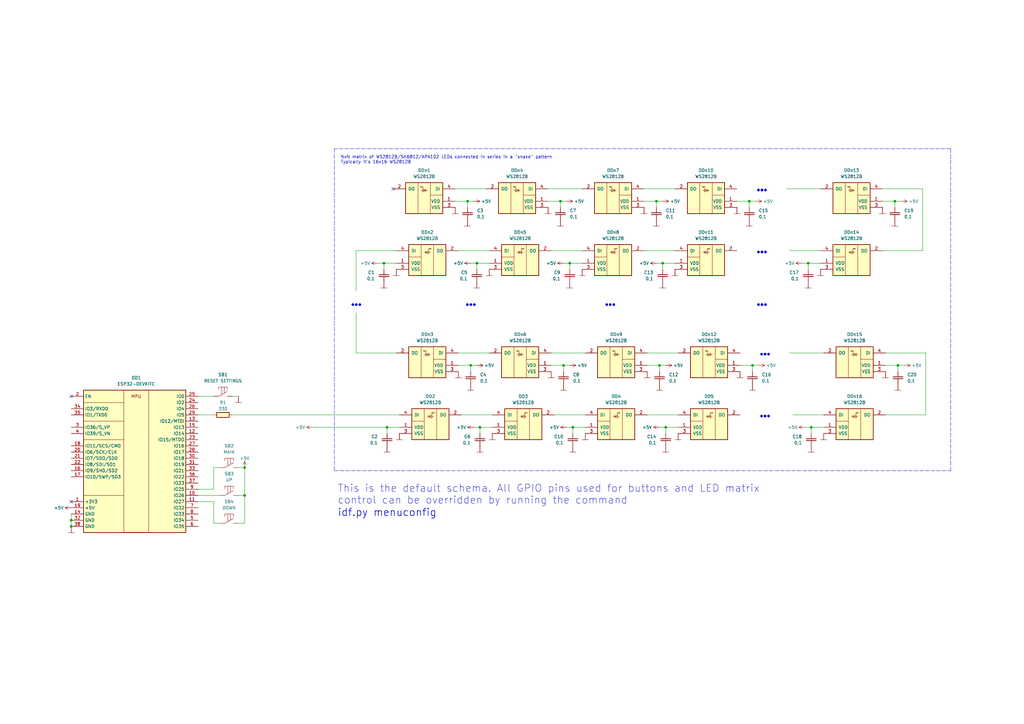
<source format=kicad_sch>
(kicad_sch (version 20211123) (generator eeschema)
  (paper "A3")
  (title_block (title "EvLamp") (date "2022-05-03"))
  (lib_symbols
    (symbol "GOST_Capacitors:CAPACITOR" (pin_numbers hide) (pin_names (offset 1.016) hide)
      (property "Reference" "C" (at 0 2.794 0))
      (property "Value" "CAPACITOR" (at 0 -2.794 0))
      (symbol "CAPACITOR_1_1"
        (polyline (pts (xy -0.381 2.032) (xy -0.381 -2.032)) (stroke (width 0.3048)))
        (polyline (pts (xy 0.381 2.032) (xy 0.381 -2.032)) (stroke (width 0.3048)))
        (pin passive line (at -2.54 0 0) (length 2.159) (name "1") (number "1"))
        (pin passive line (at 2.54 0 180) (length 2.159) (name "2") (number "2"))
      )
    )
    (symbol "GOST_ICs:ESP32-DEVKITC"
      (property "Reference" "DD" (at 0 26.67 0))
      (property "Value" "ESP32-DEVKITC" (at 0 24.13 0))
      (symbol "ESP32-DEVKITC_0_0"
        (text "MPU" (at 0 20.32 0) (effects (font (size 1.27 1.27))))
      )
      (symbol "ESP32-DEVKITC_1_1"
        (rectangle (start -21.59 22.86) (end 20.32 -35.56) (stroke (width 0.3048)) (fill (type background)))
        (rectangle (start -5.08 22.86) (end 5.08 -35.56))
        (polyline (pts (xy -21.59 -20.32) (xy -5.08 -20.32)))
        (polyline (pts (xy -21.59 2.54) (xy -5.08 2.54)))
        (polyline (pts (xy -21.59 10.16) (xy -5.08 10.16)))
        (polyline (pts (xy -21.59 17.78) (xy -5.08 17.78)))
        (pin power_out line (at -26.67 -22.86 0) (length 5.08) (name "+3V3") (number "1"))
        (pin bidirectional line (at 25.4 -20.32 180) (length 5.08) (name "IO26") (number "10"))
        (pin bidirectional line (at 25.4 -22.86 180) (length 5.08) (name "IO27") (number "11"))
        (pin bidirectional line (at 25.4 5.08 180) (length 5.08) (name "IO14") (number "12"))
        (pin bidirectional line (at 25.4 10.16 180) (length 5.08) (name "IO12/MTDI") (number "13"))
        (pin power_in line (at -26.67 -27.94 0) (length 5.08) (name "GND") (number "14"))
        (pin bidirectional line (at 25.4 7.62 180) (length 5.08) (name "IO13") (number "15"))
        (pin bidirectional line (at -26.67 -10.16 0) (length 5.08) (name "IO9/SHD/SD2") (number "16"))
        (pin bidirectional line (at -26.67 -12.7 0) (length 5.08) (name "IO10/SWP/SD3") (number "17"))
        (pin bidirectional line (at -26.67 0 0) (length 5.08) (name "IO11/SCS/CMD") (number "18"))
        (pin power_in line (at -26.67 -25.4 0) (length 5.08) (name "+5V") (number "19"))
        (pin input line (at -26.67 20.32 0) (length 5.08) (name "EN") (number "2"))
        (pin bidirectional line (at -26.67 -2.54 0) (length 5.08) (name "IO6/SCK/CLK") (number "20"))
        (pin bidirectional line (at -26.67 -5.08 0) (length 5.08) (name "IO7/SDO/SD0") (number "21"))
        (pin bidirectional line (at -26.67 -7.62 0) (length 5.08) (name "IO8/SDI/SD1") (number "22"))
        (pin bidirectional line (at 25.4 2.54 180) (length 5.08) (name "IO15/MTDO") (number "23"))
        (pin bidirectional line (at 25.4 17.78 180) (length 5.08) (name "IO2") (number "24"))
        (pin bidirectional line (at 25.4 20.32 180) (length 5.08) (name "IO0") (number "25"))
        (pin bidirectional line (at 25.4 15.24 180) (length 5.08) (name "IO4") (number "26"))
        (pin bidirectional line (at 25.4 0 180) (length 5.08) (name "IO16") (number "27"))
        (pin bidirectional line (at 25.4 -2.54 180) (length 5.08) (name "IO17") (number "28"))
        (pin bidirectional line (at 25.4 12.7 180) (length 5.08) (name "IO5") (number "29"))
        (pin input line (at -26.67 7.62 0) (length 5.08) (name "IO36/S_VP") (number "3"))
        (pin bidirectional line (at 25.4 -5.08 180) (length 5.08) (name "IO18") (number "30"))
        (pin bidirectional line (at 25.4 -7.62 180) (length 5.08) (name "IO19") (number "31"))
        (pin power_in line (at -26.67 -30.48 0) (length 5.08) (name "GND") (number "32"))
        (pin bidirectional line (at 25.4 -10.16 180) (length 5.08) (name "IO21") (number "33"))
        (pin bidirectional line (at -26.67 15.24 0) (length 5.08) (name "IO3/RXD0") (number "34"))
        (pin bidirectional line (at -26.67 12.7 0) (length 5.08) (name "IO1/TXD0") (number "35"))
        (pin bidirectional line (at 25.4 -12.7 180) (length 5.08) (name "IO22") (number "36"))
        (pin bidirectional line (at 25.4 -15.24 180) (length 5.08) (name "IO23") (number "37"))
        (pin power_in line (at -26.67 -33.02 0) (length 5.08) (name "GND") (number "38"))
        (pin input line (at -26.67 5.08 0) (length 5.08) (name "IO39/S_VN") (number "4"))
        (pin input line (at 25.4 -30.48 180) (length 5.08) (name "IO34") (number "5"))
        (pin input line (at 25.4 -33.02 180) (length 5.08) (name "IO35") (number "6"))
        (pin bidirectional line (at 25.4 -25.4 180) (length 5.08) (name "IO32") (number "7"))
        (pin bidirectional line (at 25.4 -27.94 180) (length 5.08) (name "IO33") (number "8"))
        (pin bidirectional line (at 25.4 -17.78 180) (length 5.08) (name "IO25") (number "9"))
      )
    )
    (symbol "GOST_Opto:WS2812B" (pin_names (offset 1.016))
      (property "Reference" "DD" (at 0 10.16 0))
      (property "Value" "WS2812B" (at 0 10.16 0))
      (symbol "WS2812B_0_0"
        (polyline (pts (xy -1.27 4.445) (xy 1.27 4.445)) (stroke (width 0.1524)))
        (polyline (pts (xy -0.635 5.08) (xy -0.635 3.81)) (stroke (width 0.1524)))
        (polyline (pts (xy 0.254 5.461) (xy 0.889 6.096)) (stroke (width 0.1524)))
        (polyline (pts (xy 0.889 5.461) (xy 1.524 6.096)) (stroke (width 0.1524)))
        (polyline (pts (xy 0.635 6.096) (xy 0.889 6.096) (xy 0.889 5.842)) (stroke (width 0.1524)))
        (polyline (pts (xy 1.27 6.096) (xy 1.524 6.096) (xy 1.524 5.842)) (stroke (width 0.1524)))
        (polyline (pts (xy -0.635 4.445) (xy 0.635 5.08) (xy 0.635 3.81) (xy -0.635 4.445)) (stroke (width 0.1524)))
      )
      (symbol "WS2812B_1_1"
        (rectangle (start -7.62 7.62) (end 7.62 -5.08) (stroke (width 0.3048)) (fill (type background)))
        (rectangle (start -2.54 7.62) (end 2.54 -5.08))
        (polyline (pts (xy -7.62 2.54) (xy -2.54 2.54)))
        (pin power_in line (at -12.7 0 0) (length 5.08) (name "VDD") (number "1"))
        (pin output line (at 12.7 5.08 180) (length 5.08) (name "DO") (number "2"))
        (pin power_in line (at -12.7 -2.54 0) (length 5.08) (name "VSS") (number "3"))
        (pin input line (at -12.7 5.08 0) (length 5.08) (name "DI") (number "4"))
      )
    )
    (symbol "GOST_Power_Symbols:+5V" (power) (pin_numbers hide) (pin_names (offset 1.016) hide)
      (property "Value" "+5V" (at 0 3.302 0))
      (symbol "+5V_1_1"
        (polyline (pts (xy 0 2.54) (xy -0.635 1.27)))
        (polyline (pts (xy 0 2.54) (xy 0.635 1.27)))
        (pin power_in line (at 0 0 90) (length 2.54) (name "+5V") (number "1"))
      )
    )
    (symbol "GOST_Power_Symbols:GND" (power) (pin_numbers hide) (pin_names (offset 1.016) hide)
      (symbol "GND_1_1"
        (polyline (pts (xy -1.27 -2.54) (xy 1.27 -2.54)))
        (pin power_in line (at 0 0 270) (length 2.54) (name "GND") (number "1"))
      )
    )
    (symbol "GOST_Switches:BUTTON_NO" (pin_numbers hide) (pin_names (offset 1.016) hide)
      (property "Reference" "SB" (at 0 7.62 0))
      (property "Value" "BUTTON_NO" (at 0 7.62 0))
      (symbol "BUTTON_NO_0_1"
        (polyline (pts (xy -1.778 0) (xy 1.778 2.032)))
        (polyline (pts (xy -0.508 3.81) (xy -0.508 0.762)))
        (polyline (pts (xy 0.508 3.81) (xy 0.508 1.397)))
        (polyline (pts (xy -1.778 2.794) (xy -1.778 3.81) (xy 1.778 3.81) (xy 1.778 2.794)))
      )
      (symbol "BUTTON_NO_1_1"
        (pin passive line (at -3.81 0 0) (length 2.032) (name "L") (number "1"))
        (pin passive line (at 3.81 0 180) (length 2.032) (name "R") (number "2"))
      )
    )
    (symbol "gost_common:RESISTOR" (pin_numbers hide) (pin_names (offset 1.016) hide)
      (property "Reference" "R" (at 0 1.778 0))
      (property "Value" "RESISTOR" (at 0 -1.778 0))
      (symbol "RESISTOR_1_1"
        (rectangle (start -2.54 1.016) (end 2.54 -1.016) (stroke (width 0.3048)) (fill (type background)))
        (pin passive line (at -3.81 0 0) (length 1.27) (name "L") (number "1"))
        (pin passive line (at 3.81 0 180) (length 1.27) (name "R") (number "2"))
      )
    )
  )
  (junction (at 307.34 82.55))
  (junction (at 158.75 175.26))
  (junction (at 367.03 82.55))
  (junction (at 191.77 82.55))
  (junction (at 100.33 191.77))
  (junction (at 231.14 149.86))
  (junction (at 193.04 149.86))
  (junction (at 270.51 149.86))
  (junction (at 234.95 175.26))
  (junction (at 29.21 213.36))
  (junction (at 308.61 149.86))
  (junction (at 332.74 175.26))
  (junction (at 331.47 107.95))
  (junction (at 29.21 215.9))
  (junction (at 233.68 107.95))
  (junction (at 229.87 82.55))
  (junction (at 273.05 175.26))
  (junction (at 271.78 107.95))
  (junction (at 368.3 149.86))
  (junction (at 195.58 107.95))
  (junction (at 269.24 82.55))
  (junction (at 157.48 107.95))
  (junction (at 100.33 203.2))
  (junction (at 196.85 175.26))
  (no_connect (at 29.21 205.74))
  (no_connect (at 29.21 162.56))
  (no_connect (at 161.29 77.47))
  (wire (pts (xy 367.03 82.55) (xy 361.95 82.55)))
  (wire (pts (xy 323.85 144.78) (xy 337.82 144.78)))
  (wire (pts (xy 332.74 175.26) (xy 337.82 175.26)))
  (wire (pts (xy 322.58 77.47) (xy 336.55 77.47)))
  (wire (pts (xy 191.77 82.55) (xy 191.77 85.09)))
  (wire (pts (xy 81.28 170.18) (xy 87.63 170.18)))
  (wire (pts (xy 331.47 107.95) (xy 331.47 110.49)))
  (wire (pts (xy 269.24 107.95) (xy 271.78 107.95)))
  (wire (pts (xy 368.3 149.86) (xy 368.3 152.4)))
  (wire (pts (xy 332.74 175.26) (xy 332.74 177.8)))
  (wire (pts (xy 29.21 210.82) (xy 29.21 213.36)))
  (wire (pts (xy 226.06 102.87) (xy 238.76 102.87)))
  (wire (pts (xy 368.3 149.86) (xy 363.22 149.86)))
  (wire (pts (xy 270.51 175.26) (xy 273.05 175.26)))
  (wire (pts (xy 226.06 144.78) (xy 240.03 144.78)))
  (wire (pts (xy 233.68 107.95) (xy 238.76 107.95)))
  (wire (pts (xy 307.34 82.55) (xy 307.34 85.09)))
  (wire (pts (xy 370.84 149.86) (xy 368.3 149.86)))
  (wire (pts (xy 325.12 170.18) (xy 337.82 170.18)))
  (wire (pts (xy 193.04 149.86) (xy 193.04 152.4)))
  (wire (pts (xy 265.43 144.78) (xy 278.13 144.78)))
  (wire (pts (xy 187.96 102.87) (xy 200.66 102.87)))
  (polyline (pts (xy 137.16 60.96) (xy 137.16 193.04)))
  (wire (pts (xy 264.16 77.47) (xy 276.86 77.47)))
  (wire (pts (xy 157.48 107.95) (xy 157.48 110.49)))
  (wire (pts (xy 193.04 107.95) (xy 195.58 107.95)))
  (wire (pts (xy 269.24 82.55) (xy 269.24 85.09)))
  (wire (pts (xy 97.79 191.77) (xy 100.33 191.77)))
  (wire (pts (xy 146.05 144.78) (xy 162.56 144.78)))
  (wire (pts (xy 229.87 82.55) (xy 224.79 82.55)))
  (wire (pts (xy 189.23 170.18) (xy 201.93 170.18)))
  (wire (pts (xy 271.78 107.95) (xy 271.78 110.49)))
  (wire (pts (xy 229.87 82.55) (xy 229.87 85.09)))
  (wire (pts (xy 81.28 162.56) (xy 87.63 162.56)))
  (wire (pts (xy 81.28 203.2) (xy 90.17 203.2)))
  (wire (pts (xy 186.69 77.47) (xy 199.39 77.47)))
  (wire (pts (xy 330.2 175.26) (xy 332.74 175.26)))
  (wire (pts (xy 194.31 82.55) (xy 191.77 82.55)))
  (wire (pts (xy 158.75 175.26) (xy 158.75 177.8)))
  (wire (pts (xy 233.68 149.86) (xy 231.14 149.86)))
  (wire (pts (xy 81.28 205.74) (xy 87.63 205.74)))
  (wire (pts (xy 193.04 149.86) (xy 187.96 149.86)))
  (wire (pts (xy 308.61 149.86) (xy 308.61 152.4)))
  (wire (pts (xy 154.94 107.95) (xy 157.48 107.95)))
  (wire (pts (xy 270.51 149.86) (xy 270.51 152.4)))
  (wire (pts (xy 100.33 203.2) (xy 100.33 214.63)))
  (wire (pts (xy 232.41 82.55) (xy 229.87 82.55)))
  (wire (pts (xy 273.05 175.26) (xy 273.05 177.8)))
  (wire (pts (xy 95.25 170.18) (xy 163.83 170.18)))
  (wire (pts (xy 162.56 102.87) (xy 146.05 102.87)))
  (wire (pts (xy 195.58 107.95) (xy 200.66 107.95)))
  (wire (pts (xy 191.77 82.55) (xy 186.69 82.55)))
  (wire (pts (xy 378.46 102.87) (xy 378.46 77.47)))
  (wire (pts (xy 87.63 205.74) (xy 87.63 214.63)))
  (wire (pts (xy 273.05 149.86) (xy 270.51 149.86)))
  (polyline (pts (xy 389.89 193.04) (xy 389.89 60.96)))
  (wire (pts (xy 311.15 149.86) (xy 308.61 149.86)))
  (wire (pts (xy 195.58 149.86) (xy 193.04 149.86)))
  (wire (pts (xy 194.31 175.26) (xy 196.85 175.26)))
  (wire (pts (xy 231.14 149.86) (xy 226.06 149.86)))
  (wire (pts (xy 271.78 82.55) (xy 269.24 82.55)))
  (wire (pts (xy 231.14 107.95) (xy 233.68 107.95)))
  (wire (pts (xy 328.93 107.95) (xy 331.47 107.95)))
  (wire (pts (xy 308.61 149.86) (xy 303.53 149.86)))
  (wire (pts (xy 100.33 191.77) (xy 100.33 203.2)))
  (wire (pts (xy 87.63 200.66) (xy 87.63 191.77)))
  (wire (pts (xy 95.25 162.56) (xy 97.79 162.56)))
  (wire (pts (xy 363.22 144.78) (xy 379.73 144.78)))
  (wire (pts (xy 157.48 107.95) (xy 162.56 107.95)))
  (wire (pts (xy 100.33 214.63) (xy 97.79 214.63)))
  (wire (pts (xy 270.51 149.86) (xy 265.43 149.86)))
  (wire (pts (xy 361.95 102.87) (xy 378.46 102.87)))
  (wire (pts (xy 234.95 175.26) (xy 240.03 175.26)))
  (wire (pts (xy 196.85 175.26) (xy 196.85 177.8)))
  (wire (pts (xy 233.68 107.95) (xy 233.68 110.49)))
  (wire (pts (xy 87.63 191.77) (xy 90.17 191.77)))
  (wire (pts (xy 271.78 107.95) (xy 276.86 107.95)))
  (wire (pts (xy 361.95 77.47) (xy 378.46 77.47)))
  (wire (pts (xy 234.95 175.26) (xy 234.95 177.8)))
  (wire (pts (xy 196.85 175.26) (xy 201.93 175.26)))
  (wire (pts (xy 323.85 102.87) (xy 336.55 102.87)))
  (wire (pts (xy 307.34 82.55) (xy 302.26 82.55)))
  (wire (pts (xy 128.27 175.26) (xy 158.75 175.26)))
  (wire (pts (xy 195.58 107.95) (xy 195.58 110.49)))
  (wire (pts (xy 29.21 213.36) (xy 29.21 215.9)))
  (wire (pts (xy 232.41 175.26) (xy 234.95 175.26)))
  (wire (pts (xy 146.05 128.27) (xy 146.05 144.78)))
  (wire (pts (xy 231.14 149.86) (xy 231.14 152.4)))
  (wire (pts (xy 264.16 102.87) (xy 276.86 102.87)))
  (wire (pts (xy 309.88 82.55) (xy 307.34 82.55)))
  (polyline (pts (xy 137.16 193.04) (xy 389.89 193.04)))
  (polyline (pts (xy 389.89 60.96) (xy 137.16 60.96)))
  (wire (pts (xy 227.33 170.18) (xy 240.03 170.18)))
  (wire (pts (xy 97.79 203.2) (xy 100.33 203.2)))
  (wire (pts (xy 187.96 144.78) (xy 200.66 144.78)))
  (wire (pts (xy 146.05 102.87) (xy 146.05 119.38)))
  (wire (pts (xy 224.79 77.47) (xy 238.76 77.47)))
  (wire (pts (xy 369.57 82.55) (xy 367.03 82.55)))
  (wire (pts (xy 379.73 170.18) (xy 379.73 144.78)))
  (wire (pts (xy 363.22 170.18) (xy 379.73 170.18)))
  (wire (pts (xy 367.03 82.55) (xy 367.03 85.09)))
  (wire (pts (xy 331.47 107.95) (xy 336.55 107.95)))
  (wire (pts (xy 273.05 175.26) (xy 278.13 175.26)))
  (wire (pts (xy 265.43 170.18) (xy 278.13 170.18)))
  (wire (pts (xy 87.63 214.63) (xy 90.17 214.63)))
  (wire (pts (xy 158.75 175.26) (xy 163.83 175.26)))
  (wire (pts (xy 269.24 82.55) (xy 264.16 82.55)))
  (wire (pts (xy 81.28 200.66) (xy 87.63 200.66)))
  (text "This is the default schema. All GPIO pins used for buttons and LED matrix\ncontrol can be overridden by running the command\n" (at 138.43 207.01 0) (effects (font (size 3 3)) (justify left bottom)))
  (text "..." (at 190.5 125.73 0) (effects (font (size 3 3) (thickness 2) bold) (justify left bottom)))
  (text "..." (at 309.88 78.74 0) (effects (font (size 3 3) (thickness 2) bold) (justify left bottom)))
  (text "..." (at 247.65 125.73 0) (effects (font (size 3 3) (thickness 2) bold) (justify left bottom)))
  (text "..." (at 311.15 171.45 0) (effects (font (size 3 3) (thickness 2) bold) (justify left bottom)))
  (text "..." (at 309.88 125.73 0) (effects (font (size 3 3) (thickness 2) bold) (justify left bottom)))
  (text "..." (at 309.88 104.14 0) (effects (font (size 3 3) (thickness 2) bold) (justify left bottom)))
  (text "NxN matrix of WS2812B/SK6812/APA102 LEDs connected in series in a \"snake\" pattern\nTypically it's 16x16 WS2812B" (at 139.7 67.31 0) (effects (font (size 1.27 1.27)) (justify left bottom)))
  (text "..." (at 143.51 125.73 0) (effects (font (size 3 3) (thickness 2) bold) (justify left bottom)))
  (text "..." (at 311.15 146.05 0) (effects (font (size 3 3) (thickness 2) bold) (justify left bottom)))
  (text "idf.py menuconfig" (at 138.43 212.09 0) (effects (font (size 3 3) (thickness 0.254) bold) (justify left bottom)))
  (symbol (lib_id "GOST_Power_Symbols:GND") (at 278.13 177.8 0) (unit 1)
    (property "Reference" "#PWR046" (effects hide))
    (property "Value" "GND" (effects hide))
  )
  (symbol (lib_id "GOST_Power_Symbols:+5V") (at 330.2 175.26 90) (unit 1)
    (property "Reference" "#PWR054" (effects hide))
    (property "Value" "+5V" (at 325.12 175.26 90))
  )
  (symbol (lib_id "GOST_Power_Symbols:+5V") (at 270.51 175.26 90) (unit 1)
    (property "Reference" "#PWR040" (effects hide))
    (property "Value" "+5V" (at 265.43 175.26 90))
  )
  (symbol (lib_id "GOST_Capacitors:CAPACITOR") (at 270.51 154.94 270) (mirror x) (unit 1)
    (property "Reference" "C12" (at 274.32 153.6699 90) (effects (justify left)))
    (property "Value" "0,1" (at 274.32 156.2099 90) (effects (justify left)))
    (property "Footprint" "Capacitor_SMD:C_0805_2012Metric_Pad1.18x1.45mm_HandSolder" (effects hide))
  )
  (symbol (lib_id "GOST_Opto:WS2812B") (at 251.46 107.95 0) (unit 1)
    (property "Reference" "DDn8" (at 251.46 95.25 0))
    (property "Value" "WS2812B" (at 251.46 97.79 0))
    (property "Footprint" "LED_SMD:LED_WS2812B_PLCC4_5.0x5.0mm_P3.2mm" (effects hide))
  )
  (symbol (lib_id "GOST_Capacitors:CAPACITOR") (at 158.75 180.34 90) (unit 1)
    (property "Reference" "C2" (at 154.94 179.0699 90) (effects (justify left)))
    (property "Value" "0,1" (at 154.94 181.6099 90) (effects (justify left)))
    (property "Footprint" "Capacitor_SMD:C_0805_2012Metric_Pad1.18x1.45mm_HandSolder" (effects hide))
  )
  (symbol (lib_id "GOST_Capacitors:CAPACITOR") (at 271.78 113.03 90) (unit 1)
    (property "Reference" "C13" (at 267.97 111.7599 90) (effects (justify left)))
    (property "Value" "0,1" (at 267.97 114.2999 90) (effects (justify left)))
    (property "Footprint" "Capacitor_SMD:C_0805_2012Metric_Pad1.18x1.45mm_HandSolder" (effects hide))
  )
  (symbol (lib_id "GOST_Opto:WS2812B") (at 290.83 149.86 0) (mirror y) (unit 1)
    (property "Reference" "DDn12" (at 290.83 137.16 0))
    (property "Value" "WS2812B" (at 290.83 139.7 0))
    (property "Footprint" "LED_SMD:LED_WS2812B_PLCC4_5.0x5.0mm_P3.2mm" (effects hide))
  )
  (symbol (lib_id "GOST_Power_Symbols:GND") (at 29.21 215.9 0) (unit 1)
    (property "Reference" "#PWR02" (effects hide))
    (property "Value" "GND" (effects hide))
  )
  (symbol (lib_id "GOST_Power_Symbols:+5V") (at 233.68 149.86 270) (mirror x) (unit 1)
    (property "Reference" "#PWR031" (effects hide))
    (property "Value" "+5V" (at 238.76 149.86 90))
  )
  (symbol (lib_id "GOST_Power_Symbols:+5V") (at 194.31 82.55 270) (mirror x) (unit 1)
    (property "Reference" "#PWR016" (effects hide))
    (property "Value" "+5V" (at 199.39 82.55 90))
  )
  (symbol (lib_id "GOST_Power_Symbols:GND") (at 332.74 182.88 0) (unit 1)
    (property "Reference" "#PWR056" (effects hide))
    (property "Value" "GND" (effects hide))
  )
  (symbol (lib_id "GOST_Opto:WS2812B") (at 350.52 175.26 0) (unit 1)
    (property "Reference" "DDn16" (at 350.52 162.56 0))
    (property "Value" "WS2812B" (at 350.52 165.1 0))
    (property "Footprint" "LED_SMD:LED_WS2812B_PLCC4_5.0x5.0mm_P3.2mm" (effects hide))
  )
  (symbol (lib_id "GOST_Capacitors:CAPACITOR") (at 231.14 154.94 270) (mirror x) (unit 1)
    (property "Reference" "C8" (at 234.95 153.6699 90) (effects (justify left)))
    (property "Value" "0,1" (at 234.95 156.2099 90) (effects (justify left)))
    (property "Footprint" "Capacitor_SMD:C_0805_2012Metric_Pad1.18x1.45mm_HandSolder" (effects hide))
  )
  (symbol (lib_id "GOST_Power_Symbols:+5V") (at 328.93 107.95 90) (unit 1)
    (property "Reference" "#PWR053" (effects hide))
    (property "Value" "+5V" (at 323.85 107.95 90))
  )
  (symbol (lib_id "GOST_Power_Symbols:GND") (at 273.05 182.88 0) (unit 1)
    (property "Reference" "#PWR044" (effects hide))
    (property "Value" "GND" (effects hide))
  )
  (symbol (lib_id "GOST_Power_Symbols:GND") (at 308.61 157.48 0) (mirror y) (unit 1)
    (property "Reference" "#PWR050" (effects hide))
    (property "Value" "GND" (effects hide))
  )
  (symbol (lib_id "gost_common:RESISTOR") (at 91.44 170.18 0) (unit 1)
    (property "Reference" "R1" (at 91.44 165.1 0))
    (property "Value" "330" (at 91.44 167.64 0))
    (property "Footprint" "Resistor_SMD:R_0805_2012Metric_Pad1.20x1.40mm_HandSolder" (effects hide))
  )
  (symbol (lib_id "GOST_Power_Symbols:GND") (at 307.34 90.17 0) (mirror y) (unit 1)
    (property "Reference" "#PWR049" (effects hide))
    (property "Value" "GND" (effects hide))
  )
  (symbol (lib_id "GOST_Capacitors:CAPACITOR") (at 331.47 113.03 90) (unit 1)
    (property "Reference" "C17" (at 327.66 111.7599 90) (effects (justify left)))
    (property "Value" "0,1" (at 327.66 114.2999 90) (effects (justify left)))
    (property "Footprint" "Capacitor_SMD:C_0805_2012Metric_Pad1.18x1.45mm_HandSolder" (effects hide))
  )
  (symbol (lib_id "GOST_Opto:WS2812B") (at 349.25 107.95 0) (unit 1)
    (property "Reference" "DDn14" (at 349.25 95.25 0))
    (property "Value" "WS2812B" (at 349.25 97.79 0))
    (property "Footprint" "LED_SMD:LED_WS2812B_PLCC4_5.0x5.0mm_P3.2mm" (effects hide))
  )
  (symbol (lib_id "GOST_Switches:BUTTON_NO") (at 93.98 214.63 0) (unit 1)
    (property "Reference" "SB4" (at 93.98 205.74 0))
    (property "Value" "DOWN" (at 93.98 208.28 0))
    (property "Footprint" "Button_Switch_THT:SW_PUSH_6mm" (effects hide))
  )
  (symbol (lib_id "GOST_Opto:WS2812B") (at 349.25 82.55 0) (mirror y) (unit 1)
    (property "Reference" "DDn13" (at 349.25 69.85 0))
    (property "Value" "WS2812B" (at 349.25 72.39 0))
    (property "Footprint" "LED_SMD:LED_WS2812B_PLCC4_5.0x5.0mm_P3.2mm" (effects hide))
  )
  (symbol (lib_id "GOST_Switches:BUTTON_NO") (at 91.44 162.56 0) (unit 1)
    (property "Reference" "SB1" (at 91.44 153.67 0))
    (property "Value" "RESET SETTINGS" (at 91.44 156.21 0))
    (property "Footprint" "Button_Switch_THT:SW_PUSH_6mm" (effects hide))
  )
  (symbol (lib_id "GOST_Power_Symbols:GND") (at 331.47 115.57 0) (unit 1)
    (property "Reference" "#PWR055" (effects hide))
    (property "Value" "GND" (effects hide))
  )
  (symbol (lib_id "GOST_Opto:WS2812B") (at 252.73 149.86 0) (mirror y) (unit 1)
    (property "Reference" "DDn9" (at 252.73 137.16 0))
    (property "Value" "WS2812B" (at 252.73 139.7 0))
    (property "Footprint" "LED_SMD:LED_WS2812B_PLCC4_5.0x5.0mm_P3.2mm" (effects hide))
  )
  (symbol (lib_id "GOST_Power_Symbols:+5V") (at 271.78 82.55 270) (mirror x) (unit 1)
    (property "Reference" "#PWR041" (effects hide))
    (property "Value" "+5V" (at 276.86 82.55 90))
  )
  (symbol (lib_id "GOST_ICs:ESP32-DEVKITC") (at 55.88 182.88 0) (unit 1)
    (property "Reference" "DD1" (at 55.88 154.94 0))
    (property "Value" "ESP32-DEVKITC" (at 55.88 157.48 0))
    (property "Footprint" "greenhouse:ESP32-DEVKITC" (effects hide))
    (property "Datasheet" "https://www.espressif.com/sites/default/files/documentation/esp32-wroom-32_datasheet_en.pdf" (effects hide))
  )
  (symbol (lib_id "GOST_Opto:WS2812B") (at 173.99 82.55 0) (mirror y) (unit 1)
    (property "Reference" "DDn1" (at 173.99 69.85 0))
    (property "Value" "WS2812B" (at 173.99 72.39 0))
    (property "Footprint" "LED_SMD:LED_WS2812B_PLCC4_5.0x5.0mm_P3.2mm" (effects hide))
  )
  (symbol (lib_id "GOST_Power_Symbols:GND") (at 368.3 157.48 0) (mirror y) (unit 1)
    (property "Reference" "#PWR062" (effects hide))
    (property "Value" "GND" (effects hide))
  )
  (symbol (lib_id "GOST_Capacitors:CAPACITOR") (at 195.58 113.03 90) (unit 1)
    (property "Reference" "C5" (at 191.77 111.7599 90) (effects (justify left)))
    (property "Value" "0,1" (at 191.77 114.2999 90) (effects (justify left)))
    (property "Footprint" "Capacitor_SMD:C_0805_2012Metric_Pad1.18x1.45mm_HandSolder" (effects hide))
  )
  (symbol (lib_id "GOST_Power_Symbols:GND") (at 162.56 110.49 0) (unit 1)
    (property "Reference" "#PWR09" (effects hide))
    (property "Value" "GND" (effects hide))
  )
  (symbol (lib_id "GOST_Capacitors:CAPACITOR") (at 229.87 87.63 270) (mirror x) (unit 1)
    (property "Reference" "C7" (at 233.68 86.3599 90) (effects (justify left)))
    (property "Value" "0,1" (at 233.68 88.8999 90) (effects (justify left)))
    (property "Footprint" "Capacitor_SMD:C_0805_2012Metric_Pad1.18x1.45mm_HandSolder" (effects hide))
  )
  (symbol (lib_id "GOST_Power_Symbols:GND") (at 367.03 90.17 0) (mirror y) (unit 1)
    (property "Reference" "#PWR061" (effects hide))
    (property "Value" "GND" (effects hide))
  )
  (symbol (lib_id "GOST_Power_Symbols:GND") (at 233.68 115.57 0) (unit 1)
    (property "Reference" "#PWR030" (effects hide))
    (property "Value" "GND" (effects hide))
  )
  (symbol (lib_id "GOST_Capacitors:CAPACITOR") (at 332.74 180.34 90) (unit 1)
    (property "Reference" "C18" (at 328.93 179.0699 90) (effects (justify left)))
    (property "Value" "0,1" (at 328.93 181.6099 90) (effects (justify left)))
    (property "Footprint" "Capacitor_SMD:C_0805_2012Metric_Pad1.18x1.45mm_HandSolder" (effects hide))
  )
  (symbol (lib_id "GOST_Opto:WS2812B") (at 289.56 82.55 0) (mirror y) (unit 1)
    (property "Reference" "DDn10" (at 289.56 69.85 0))
    (property "Value" "WS2812B" (at 289.56 72.39 0))
    (property "Footprint" "LED_SMD:LED_WS2812B_PLCC4_5.0x5.0mm_P3.2mm" (effects hide))
  )
  (symbol (lib_id "GOST_Power_Symbols:GND") (at 270.51 157.48 0) (mirror y) (unit 1)
    (property "Reference" "#PWR039" (effects hide))
    (property "Value" "GND" (effects hide))
  )
  (symbol (lib_id "GOST_Capacitors:CAPACITOR") (at 157.48 113.03 90) (unit 1)
    (property "Reference" "C1" (at 153.67 111.7599 90) (effects (justify left)))
    (property "Value" "0,1" (at 153.67 114.2999 90) (effects (justify left)))
    (property "Footprint" "Capacitor_SMD:C_0805_2012Metric_Pad1.18x1.45mm_HandSolder" (effects hide))
  )
  (symbol (lib_id "GOST_Power_Symbols:GND") (at 193.04 157.48 0) (mirror y) (unit 1)
    (property "Reference" "#PWR015" (effects hide))
    (property "Value" "GND" (effects hide))
  )
  (symbol (lib_id "GOST_Power_Symbols:+5V") (at 29.21 208.28 90) (unit 1)
    (property "Reference" "#PWR01" (effects hide))
    (property "Value" "+5V" (at 24.13 208.28 90))
  )
  (symbol (lib_id "GOST_Power_Symbols:GND") (at 240.03 177.8 0) (unit 1)
    (property "Reference" "#PWR034" (effects hide))
    (property "Value" "GND" (effects hide))
  )
  (symbol (lib_id "GOST_Capacitors:CAPACITOR") (at 308.61 154.94 270) (mirror x) (unit 1)
    (property "Reference" "C16" (at 312.42 153.6699 90) (effects (justify left)))
    (property "Value" "0,1" (at 312.42 156.2099 90) (effects (justify left)))
    (property "Footprint" "Capacitor_SMD:C_0805_2012Metric_Pad1.18x1.45mm_HandSolder" (effects hide))
  )
  (symbol (lib_id "GOST_Power_Symbols:+5V") (at 194.31 175.26 90) (unit 1)
    (property "Reference" "#PWR017" (effects hide))
    (property "Value" "+5V" (at 189.23 175.26 90))
  )
  (symbol (lib_id "GOST_Opto:WS2812B") (at 350.52 149.86 0) (mirror y) (unit 1)
    (property "Reference" "DDn15" (at 350.52 137.16 0))
    (property "Value" "WS2812B" (at 350.52 139.7 0))
    (property "Footprint" "LED_SMD:LED_WS2812B_PLCC4_5.0x5.0mm_P3.2mm" (effects hide))
  )
  (symbol (lib_id "GOST_Power_Symbols:GND") (at 361.95 85.09 0) (mirror y) (unit 1)
    (property "Reference" "#PWR059" (effects hide))
    (property "Value" "GND" (effects hide))
  )
  (symbol (lib_id "GOST_Power_Symbols:+5V") (at 311.15 149.86 270) (mirror x) (unit 1)
    (property "Reference" "#PWR052" (effects hide))
    (property "Value" "+5V" (at 316.23 149.86 90))
  )
  (symbol (lib_id "GOST_Power_Symbols:GND") (at 271.78 115.57 0) (unit 1)
    (property "Reference" "#PWR042" (effects hide))
    (property "Value" "GND" (effects hide))
  )
  (symbol (lib_id "GOST_Opto:WS2812B") (at 212.09 82.55 0) (mirror y) (unit 1)
    (property "Reference" "DDn4" (at 212.09 69.85 0))
    (property "Value" "WS2812B" (at 212.09 72.39 0))
    (property "Footprint" "LED_SMD:LED_WS2812B_PLCC4_5.0x5.0mm_P3.2mm" (effects hide))
  )
  (symbol (lib_id "GOST_Opto:WS2812B") (at 252.73 175.26 0) (unit 1)
    (property "Reference" "DD4" (at 252.73 162.56 0))
    (property "Value" "WS2812B" (at 252.73 165.1 0))
    (property "Footprint" "LED_SMD:LED_WS2812B_PLCC4_5.0x5.0mm_P3.2mm" (effects hide))
  )
  (symbol (lib_id "GOST_Power_Symbols:+5V") (at 195.58 149.86 270) (mirror x) (unit 1)
    (property "Reference" "#PWR019" (effects hide))
    (property "Value" "+5V" (at 200.66 149.86 90))
  )
  (symbol (lib_id "GOST_Power_Symbols:+5V") (at 100.33 191.77 0) (unit 1)
    (property "Reference" "#PWR04" (effects hide))
    (property "Value" "+5V" (at 100.33 187.96 0))
  )
  (symbol (lib_id "GOST_Power_Symbols:GND") (at 302.26 85.09 0) (mirror y) (unit 1)
    (property "Reference" "#PWR047" (effects hide))
    (property "Value" "GND" (effects hide))
  )
  (symbol (lib_id "GOST_Power_Symbols:GND") (at 336.55 110.49 0) (unit 1)
    (property "Reference" "#PWR057" (effects hide))
    (property "Value" "GND" (effects hide))
  )
  (symbol (lib_id "GOST_Opto:WS2812B") (at 251.46 82.55 0) (mirror y) (unit 1)
    (property "Reference" "DDn7" (at 251.46 69.85 0))
    (property "Value" "WS2812B" (at 251.46 72.39 0))
    (property "Footprint" "LED_SMD:LED_WS2812B_PLCC4_5.0x5.0mm_P3.2mm" (effects hide))
  )
  (symbol (lib_id "GOST_Capacitors:CAPACITOR") (at 368.3 154.94 270) (mirror x) (unit 1)
    (property "Reference" "C20" (at 372.11 153.6699 90) (effects (justify left)))
    (property "Value" "0,1" (at 372.11 156.2099 90) (effects (justify left)))
    (property "Footprint" "Capacitor_SMD:C_0805_2012Metric_Pad1.18x1.45mm_HandSolder" (effects hide))
  )
  (symbol (lib_id "GOST_Power_Symbols:+5V") (at 231.14 107.95 90) (unit 1)
    (property "Reference" "#PWR026" (effects hide))
    (property "Value" "+5V" (at 226.06 107.95 90))
  )
  (symbol (lib_id "GOST_Capacitors:CAPACITOR") (at 193.04 154.94 270) (mirror x) (unit 1)
    (property "Reference" "C4" (at 196.85 153.6699 90) (effects (justify left)))
    (property "Value" "0,1" (at 196.85 156.2099 90) (effects (justify left)))
    (property "Footprint" "Capacitor_SMD:C_0805_2012Metric_Pad1.18x1.45mm_HandSolder" (effects hide))
  )
  (symbol (lib_id "GOST_Power_Symbols:+5V") (at 193.04 107.95 90) (unit 1)
    (property "Reference" "#PWR014" (effects hide))
    (property "Value" "+5V" (at 187.96 107.95 90))
  )
  (symbol (lib_id "GOST_Opto:WS2812B") (at 214.63 175.26 0) (unit 1)
    (property "Reference" "DD3" (at 214.63 162.56 0))
    (property "Value" "WS2812B" (at 214.63 165.1 0))
    (property "Footprint" "LED_SMD:LED_WS2812B_PLCC4_5.0x5.0mm_P3.2mm" (effects hide))
  )
  (symbol (lib_id "GOST_Power_Symbols:GND") (at 157.48 115.57 0) (unit 1)
    (property "Reference" "#PWR07" (effects hide))
    (property "Value" "GND" (effects hide))
  )
  (symbol (lib_id "GOST_Power_Symbols:+5V") (at 232.41 82.55 270) (mirror x) (unit 1)
    (property "Reference" "#PWR028" (effects hide))
    (property "Value" "+5V" (at 237.49 82.55 90))
  )
  (symbol (lib_id "GOST_Power_Symbols:GND") (at 264.16 85.09 0) (mirror y) (unit 1)
    (property "Reference" "#PWR035" (effects hide))
    (property "Value" "GND" (effects hide))
  )
  (symbol (lib_id "GOST_Switches:BUTTON_NO") (at 93.98 191.77 0) (unit 1)
    (property "Reference" "SB2" (at 93.98 182.88 0))
    (property "Value" "MAIN" (at 93.98 185.42 0))
    (property "Footprint" "Button_Switch_THT:SW_PUSH_6mm" (effects hide))
  )
  (symbol (lib_id "GOST_Power_Symbols:GND") (at 191.77 90.17 0) (mirror y) (unit 1)
    (property "Reference" "#PWR013" (effects hide))
    (property "Value" "GND" (effects hide))
  )
  (symbol (lib_id "GOST_Power_Symbols:+5V") (at 369.57 82.55 270) (mirror x) (unit 1)
    (property "Reference" "#PWR063" (effects hide))
    (property "Value" "+5V" (at 374.65 82.55 90))
  )
  (symbol (lib_id "GOST_Power_Symbols:+5V") (at 154.94 107.95 90) (unit 1)
    (property "Reference" "#PWR06" (effects hide))
    (property "Value" "+5V" (at 149.86 107.95 90))
  )
  (symbol (lib_id "GOST_Capacitors:CAPACITOR") (at 233.68 113.03 90) (unit 1)
    (property "Reference" "C9" (at 229.87 111.7599 90) (effects (justify left)))
    (property "Value" "0,1" (at 229.87 114.2999 90) (effects (justify left)))
    (property "Footprint" "Capacitor_SMD:C_0805_2012Metric_Pad1.18x1.45mm_HandSolder" (effects hide))
  )
  (symbol (lib_id "GOST_Power_Symbols:GND") (at 231.14 157.48 0) (mirror y) (unit 1)
    (property "Reference" "#PWR027" (effects hide))
    (property "Value" "GND" (effects hide))
  )
  (symbol (lib_id "GOST_Capacitors:CAPACITOR") (at 307.34 87.63 270) (mirror x) (unit 1)
    (property "Reference" "C15" (at 311.15 86.3599 90) (effects (justify left)))
    (property "Value" "0,1" (at 311.15 88.8999 90) (effects (justify left)))
    (property "Footprint" "Capacitor_SMD:C_0805_2012Metric_Pad1.18x1.45mm_HandSolder" (effects hide))
  )
  (symbol (lib_id "GOST_Power_Symbols:GND") (at 269.24 90.17 0) (mirror y) (unit 1)
    (property "Reference" "#PWR037" (effects hide))
    (property "Value" "GND" (effects hide))
  )
  (symbol (lib_id "GOST_Switches:BUTTON_NO") (at 93.98 203.2 0) (unit 1)
    (property "Reference" "SB3" (at 93.98 194.31 0))
    (property "Value" "UP" (at 93.98 196.85 0))
    (property "Footprint" "Button_Switch_THT:SW_PUSH_6mm" (effects hide))
  )
  (symbol (lib_id "GOST_Power_Symbols:GND") (at 186.69 85.09 0) (mirror y) (unit 1)
    (property "Reference" "#PWR011" (effects hide))
    (property "Value" "GND" (effects hide))
  )
  (symbol (lib_id "GOST_Power_Symbols:GND") (at 224.79 85.09 0) (mirror y) (unit 1)
    (property "Reference" "#PWR023" (effects hide))
    (property "Value" "GND" (effects hide))
  )
  (symbol (lib_id "GOST_Opto:WS2812B") (at 213.36 149.86 0) (mirror y) (unit 1)
    (property "Reference" "DDn6" (at 213.36 137.16 0))
    (property "Value" "WS2812B" (at 213.36 139.7 0))
    (property "Footprint" "LED_SMD:LED_WS2812B_PLCC4_5.0x5.0mm_P3.2mm" (effects hide))
  )
  (symbol (lib_id "GOST_Power_Symbols:GND") (at 97.79 162.56 0) (unit 1)
    (property "Reference" "#PWR03" (effects hide))
    (property "Value" "GND" (effects hide))
  )
  (symbol (lib_id "GOST_Capacitors:CAPACITOR") (at 367.03 87.63 270) (mirror x) (unit 1)
    (property "Reference" "C19" (at 370.84 86.3599 90) (effects (justify left)))
    (property "Value" "0,1" (at 370.84 88.8999 90) (effects (justify left)))
    (property "Footprint" "Capacitor_SMD:C_0805_2012Metric_Pad1.18x1.45mm_HandSolder" (effects hide))
  )
  (symbol (lib_id "GOST_Opto:WS2812B") (at 175.26 149.86 0) (mirror y) (unit 1)
    (property "Reference" "DDn3" (at 175.26 137.16 0))
    (property "Value" "WS2812B" (at 175.26 139.7 0))
    (property "Footprint" "LED_SMD:LED_WS2812B_PLCC4_5.0x5.0mm_P3.2mm" (effects hide))
  )
  (symbol (lib_id "GOST_Opto:WS2812B") (at 175.26 107.95 0) (unit 1)
    (property "Reference" "DDn2" (at 175.26 95.25 0))
    (property "Value" "WS2812B" (at 175.26 97.79 0))
    (property "Footprint" "LED_SMD:LED_WS2812B_PLCC4_5.0x5.0mm_P3.2mm" (effects hide))
  )
  (symbol (lib_id "GOST_Power_Symbols:+5V") (at 273.05 149.86 270) (mirror x) (unit 1)
    (property "Reference" "#PWR043" (effects hide))
    (property "Value" "+5V" (at 278.13 149.86 90))
  )
  (symbol (lib_id "GOST_Power_Symbols:GND") (at 163.83 177.8 0) (unit 1)
    (property "Reference" "#PWR010" (effects hide))
    (property "Value" "GND" (effects hide))
  )
  (symbol (lib_id "GOST_Power_Symbols:+5V") (at 370.84 149.86 270) (mirror x) (unit 1)
    (property "Reference" "#PWR064" (effects hide))
    (property "Value" "+5V" (at 375.92 149.86 90))
  )
  (symbol (lib_id "GOST_Capacitors:CAPACITOR") (at 191.77 87.63 270) (mirror x) (unit 1)
    (property "Reference" "C3" (at 195.58 86.3599 90) (effects (justify left)))
    (property "Value" "0,1" (at 195.58 88.8999 90) (effects (justify left)))
    (property "Footprint" "Capacitor_SMD:C_0805_2012Metric_Pad1.18x1.45mm_HandSolder" (effects hide))
  )
  (symbol (lib_id "GOST_Power_Symbols:+5V") (at 309.88 82.55 270) (mirror x) (unit 1)
    (property "Reference" "#PWR051" (effects hide))
    (property "Value" "+5V" (at 314.96 82.55 90))
  )
  (symbol (lib_id "GOST_Power_Symbols:+5V") (at 128.27 175.26 90) (unit 1)
    (property "Reference" "#PWR05" (effects hide))
    (property "Value" "+5V" (at 123.19 175.26 90))
  )
  (symbol (lib_id "GOST_Opto:WS2812B") (at 289.56 107.95 0) (unit 1)
    (property "Reference" "DDn11" (at 289.56 95.25 0))
    (property "Value" "WS2812B" (at 289.56 97.79 0))
    (property "Footprint" "LED_SMD:LED_WS2812B_PLCC4_5.0x5.0mm_P3.2mm" (effects hide))
  )
  (symbol (lib_id "GOST_Opto:WS2812B") (at 176.53 175.26 0) (unit 1)
    (property "Reference" "DD2" (at 176.53 162.56 0))
    (property "Value" "WS2812B" (at 176.53 165.1 0))
    (property "Footprint" "LED_SMD:LED_WS2812B_PLCC4_5.0x5.0mm_P3.2mm" (effects hide))
  )
  (symbol (lib_id "GOST_Power_Symbols:GND") (at 238.76 110.49 0) (unit 1)
    (property "Reference" "#PWR033" (effects hide))
    (property "Value" "GND" (effects hide))
  )
  (symbol (lib_id "GOST_Power_Symbols:+5V") (at 232.41 175.26 90) (unit 1)
    (property "Reference" "#PWR029" (effects hide))
    (property "Value" "+5V" (at 227.33 175.26 90))
  )
  (symbol (lib_id "GOST_Power_Symbols:GND") (at 337.82 177.8 0) (unit 1)
    (property "Reference" "#PWR058" (effects hide))
    (property "Value" "GND" (effects hide))
  )
  (symbol (lib_id "GOST_Power_Symbols:GND") (at 229.87 90.17 0) (mirror y) (unit 1)
    (property "Reference" "#PWR025" (effects hide))
    (property "Value" "GND" (effects hide))
  )
  (symbol (lib_id "GOST_Power_Symbols:GND") (at 187.96 152.4 0) (mirror y) (unit 1)
    (property "Reference" "#PWR012" (effects hide))
    (property "Value" "GND" (effects hide))
  )
  (symbol (lib_id "GOST_Power_Symbols:GND") (at 200.66 110.49 0) (unit 1)
    (property "Reference" "#PWR021" (effects hide))
    (property "Value" "GND" (effects hide))
  )
  (symbol (lib_id "GOST_Opto:WS2812B") (at 213.36 107.95 0) (unit 1)
    (property "Reference" "DDn5" (at 213.36 95.25 0))
    (property "Value" "WS2812B" (at 213.36 97.79 0))
    (property "Footprint" "LED_SMD:LED_WS2812B_PLCC4_5.0x5.0mm_P3.2mm" (effects hide))
  )
  (symbol (lib_id "GOST_Power_Symbols:GND") (at 265.43 152.4 0) (mirror y) (unit 1)
    (property "Reference" "#PWR036" (effects hide))
    (property "Value" "GND" (effects hide))
  )
  (symbol (lib_id "GOST_Capacitors:CAPACITOR") (at 273.05 180.34 90) (unit 1)
    (property "Reference" "C14" (at 269.24 179.0699 90) (effects (justify left)))
    (property "Value" "0,1" (at 269.24 181.6099 90) (effects (justify left)))
    (property "Footprint" "Capacitor_SMD:C_0805_2012Metric_Pad1.18x1.45mm_HandSolder" (effects hide))
  )
  (symbol (lib_id "GOST_Capacitors:CAPACITOR") (at 234.95 180.34 90) (unit 1)
    (property "Reference" "C10" (at 231.14 179.0699 90) (effects (justify left)))
    (property "Value" "0,1" (at 231.14 181.6099 90) (effects (justify left)))
    (property "Footprint" "Capacitor_SMD:C_0805_2012Metric_Pad1.18x1.45mm_HandSolder" (effects hide))
  )
  (symbol (lib_id "GOST_Power_Symbols:GND") (at 201.93 177.8 0) (unit 1)
    (property "Reference" "#PWR022" (effects hide))
    (property "Value" "GND" (effects hide))
  )
  (symbol (lib_id "GOST_Power_Symbols:GND") (at 226.06 152.4 0) (mirror y) (unit 1)
    (property "Reference" "#PWR024" (effects hide))
    (property "Value" "GND" (effects hide))
  )
  (symbol (lib_id "GOST_Power_Symbols:GND") (at 363.22 152.4 0) (mirror y) (unit 1)
    (property "Reference" "#PWR060" (effects hide))
    (property "Value" "GND" (effects hide))
  )
  (symbol (lib_id "GOST_Power_Symbols:GND") (at 276.86 110.49 0) (unit 1)
    (property "Reference" "#PWR045" (effects hide))
    (property "Value" "GND" (effects hide))
  )
  (symbol (lib_id "GOST_Power_Symbols:GND") (at 158.75 182.88 0) (unit 1)
    (property "Reference" "#PWR08" (effects hide))
    (property "Value" "GND" (effects hide))
  )
  (symbol (lib_id "GOST_Capacitors:CAPACITOR") (at 196.85 180.34 90) (unit 1)
    (property "Reference" "C6" (at 193.04 179.0699 90) (effects (justify left)))
    (property "Value" "0,1" (at 193.04 181.6099 90) (effects (justify left)))
    (property "Footprint" "Capacitor_SMD:C_0805_2012Metric_Pad1.18x1.45mm_HandSolder" (effects hide))
  )
  (symbol (lib_id "GOST_Opto:WS2812B") (at 290.83 175.26 0) (unit 1)
    (property "Reference" "DD5" (at 290.83 162.56 0))
    (property "Value" "WS2812B" (at 290.83 165.1 0))
    (property "Footprint" "LED_SMD:LED_WS2812B_PLCC4_5.0x5.0mm_P3.2mm" (effects hide))
  )
  (symbol (lib_id "GOST_Power_Symbols:GND") (at 195.58 115.57 0) (unit 1)
    (property "Reference" "#PWR018" (effects hide))
    (property "Value" "GND" (effects hide))
  )
  (symbol (lib_id "GOST_Power_Symbols:GND") (at 196.85 182.88 0) (unit 1)
    (property "Reference" "#PWR020" (effects hide))
    (property "Value" "GND" (effects hide))
  )
  (symbol (lib_id "GOST_Capacitors:CAPACITOR") (at 269.24 87.63 270) (mirror x) (unit 1)
    (property "Reference" "C11" (at 273.05 86.3599 90) (effects (justify left)))
    (property "Value" "0,1" (at 273.05 88.8999 90) (effects (justify left)))
    (property "Footprint" "Capacitor_SMD:C_0805_2012Metric_Pad1.18x1.45mm_HandSolder" (effects hide))
  )
  (symbol (lib_id "GOST_Power_Symbols:GND") (at 234.95 182.88 0) (unit 1)
    (property "Reference" "#PWR032" (effects hide))
    (property "Value" "GND" (effects hide))
  )
  (symbol (lib_id "GOST_Power_Symbols:GND") (at 303.53 152.4 0) (mirror y) (unit 1)
    (property "Reference" "#PWR048" (effects hide))
    (property "Value" "GND" (effects hide))
  )
  (symbol (lib_id "GOST_Power_Symbols:+5V") (at 269.24 107.95 90) (unit 1)
    (property "Reference" "#PWR038" (effects hide))
    (property "Value" "+5V" (at 264.16 107.95 90))
  )
)
</source>
